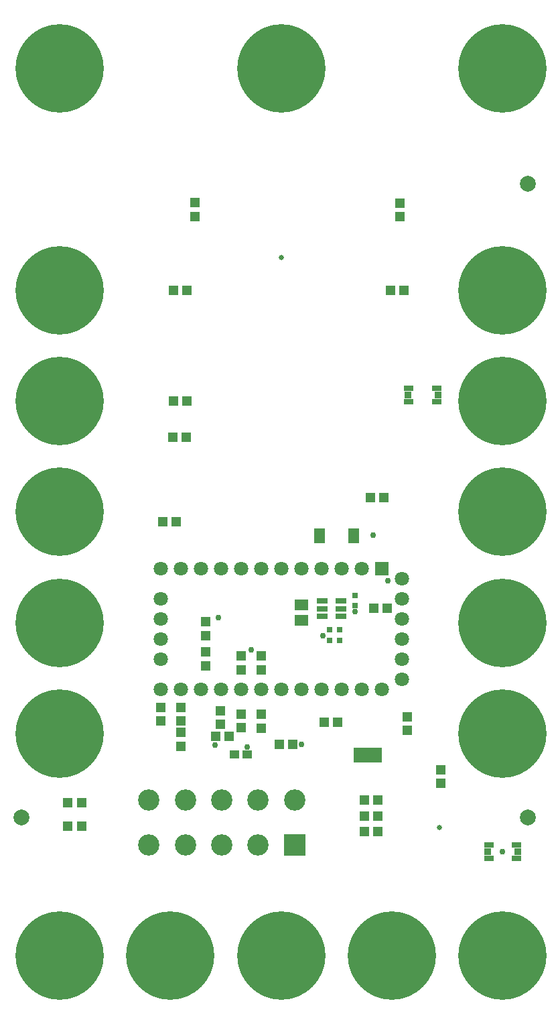
<source format=gbr>
%FSTAX24Y24*%
%MOIN*%
%IN MASK1.GBR *%
%ADD10C,0.0010*%
%ADD11C,0.0257*%
%ADD12C,0.0300*%
%ADD13C,0.0710*%
%ADD14C,0.0787*%
%ADD15C,0.1060*%
%ADD16C,0.4391*%
%ADD17R,0.0260X0.0310*%
%ADD18R,0.0310X0.0260*%
%ADD19R,0.0336X0.0336*%
%ADD20R,0.0454X0.0277*%
%ADD21R,0.0454X0.0414*%
%ADD22R,0.0473X0.0485*%
%ADD23R,0.0485X0.0473*%
%ADD24R,0.0532X0.0296*%
%ADD25R,0.0580X0.0721*%
%ADD26R,0.0690X0.0572*%
%ADD27R,0.0710X0.0710*%
%ADD28R,0.1060X0.1060*%
%ADD29R,0.1410X0.0760*%
D18*X017073Y018913D03*X016573D03*D17*X017836Y020594D03*Y020094D03*D26*
X015173Y020139D03*Y019352D03*D23*X012173Y016904D03*Y017585D03*
X013173Y016904D03*Y017585D03*D18*X017073Y018363D03*X016573D03*D25*
X016091Y023572D03*X017768D03*D21*X01185Y012697D03*X01248D03*D14*
X026439Y009566D03*Y041063D03*X001242Y009566D03*D16*X00315Y01373D03*
X025197Y030265D03*X00315Y002706D03*Y019241D03*Y030265D03*
X014173Y002706D03*X025197Y019241D03*Y002706D03*X008661D03*X019685D03*
X00315Y024753D03*Y035777D03*Y0468D03*X025197D03*Y035777D03*Y024753D03*
Y01373D03*X014173Y0468D03*D11*Y037402D03*X022047Y009065D03*D27*
X019173Y021945D03*D13*X010173D03*X009173D03*X008173D03*Y020445D03*
Y019445D03*Y018445D03*Y017445D03*Y015945D03*X009173D03*X010173D03*
X018173Y021945D03*X011173Y015945D03*X012173D03*X013173D03*X014173D03*
X015173D03*X016173D03*X017173D03*X018173D03*X019173D03*
X020173Y016445D03*X017173Y021945D03*X020173Y017445D03*Y018445D03*
Y019445D03*Y020445D03*Y021445D03*X016173Y021945D03*X015173D03*
X014173D03*X013173D03*X012173D03*X011173D03*D22*X016313Y014284D03*
X016994D03*D23*X020079Y039423D03*Y040104D03*X0099Y039436D03*Y040117D03*
D22*X00949Y035777D03*X008809D03*X008962Y024275D03*X008281D03*D23*
X008173Y015035D03*Y014354D03*X013173Y014013D03*Y014694D03*
X010423Y017785D03*Y017104D03*D22*X008809Y030277D03*X00949D03*D23*
X01115Y014867D03*Y014186D03*X009173Y014354D03*Y015035D03*D22*
X009456Y028464D03*X008775D03*D23*X020447Y013889D03*Y01457D03*
X022133Y011264D03*Y011945D03*D22*X019465Y019957D03*X018784D03*
X004237Y009118D03*X003556D03*X004237Y010299D03*X003556D03*
X018313Y008858D03*X018994D03*X018313Y009646D03*X018994D03*Y010433D03*
X018313D03*D23*X010423Y019285D03*Y018604D03*D22*X010904Y013597D03*
X011585D03*D23*X009173Y013104D03*Y013785D03*X012173Y014022D03*
Y014704D03*D22*X014764Y013195D03*X014083D03*X018606Y02548D03*
X019287D03*X019606Y035777D03*X020287D03*D28*X014838Y008193D03*D15*
X007594Y010437D03*X013027Y008193D03*X011216D03*X009405D03*X007594D03*
X014838Y010437D03*X013027D03*X011216D03*X009405D03*D20*
X021909Y03024D03*X020531D03*X021909Y030909D03*X020531D03*D19*
X021968Y030574D03*X020472D03*D20*X024504Y008211D03*X025882D03*
X024504Y007542D03*X025882D03*D19*X024445Y007877D03*X025941D03*D29*
X018483Y012675D03*D24*X017139Y019572D03*Y019946D03*Y02032D03*
X016233D03*Y019946D03*Y019572D03*D10*X021893Y023058D03*D12*
X017836Y019784D03*X016236Y018584D03*D10*X009796Y024664D03*
X016086Y023057D03*X006846Y023457D03*X018973Y010945D03*
X022133Y010785D03*D12*X025173Y007865D03*D10*X023156Y021984D03*D12*
X019476Y021344D03*D10*X020516Y029584D03*X021476Y022304D03*D12*
X018756Y023587D03*X012485Y013077D03*X015183Y013195D03*
X010885Y013157D03*D10*X008663Y013115D03*D12*X012693Y017905D03*
X011053Y019505D03*
M02*
</source>
